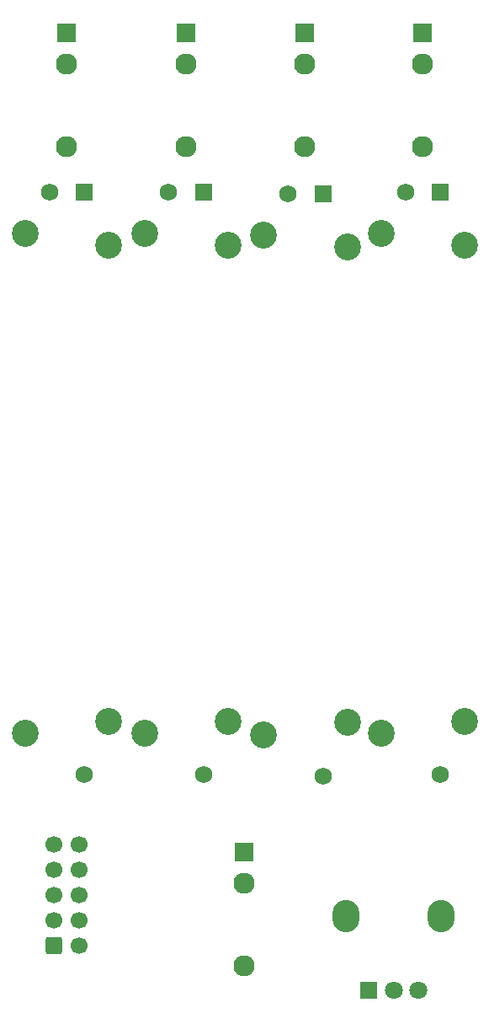
<source format=gbr>
%TF.GenerationSoftware,KiCad,Pcbnew,6.0.11+dfsg-1~bpo11+1*%
%TF.CreationDate,2023-04-14T14:38:55+08:00*%
%TF.ProjectId,MiniMix - Main,4d696e69-4d69-4782-902d-204d61696e2e,rev?*%
%TF.SameCoordinates,Original*%
%TF.FileFunction,Soldermask,Top*%
%TF.FilePolarity,Negative*%
%FSLAX46Y46*%
G04 Gerber Fmt 4.6, Leading zero omitted, Abs format (unit mm)*
G04 Created by KiCad (PCBNEW 6.0.11+dfsg-1~bpo11+1) date 2023-04-14 14:38:55*
%MOMM*%
%LPD*%
G01*
G04 APERTURE LIST*
G04 Aperture macros list*
%AMRoundRect*
0 Rectangle with rounded corners*
0 $1 Rounding radius*
0 $2 $3 $4 $5 $6 $7 $8 $9 X,Y pos of 4 corners*
0 Add a 4 corners polygon primitive as box body*
4,1,4,$2,$3,$4,$5,$6,$7,$8,$9,$2,$3,0*
0 Add four circle primitives for the rounded corners*
1,1,$1+$1,$2,$3*
1,1,$1+$1,$4,$5*
1,1,$1+$1,$6,$7*
1,1,$1+$1,$8,$9*
0 Add four rect primitives between the rounded corners*
20,1,$1+$1,$2,$3,$4,$5,0*
20,1,$1+$1,$4,$5,$6,$7,0*
20,1,$1+$1,$6,$7,$8,$9,0*
20,1,$1+$1,$8,$9,$2,$3,0*%
G04 Aperture macros list end*
%ADD10R,1.750000X1.750000*%
%ADD11C,1.750000*%
%ADD12C,2.700000*%
%ADD13R,1.930000X1.830000*%
%ADD14C,2.130000*%
%ADD15O,2.720000X3.240000*%
%ADD16R,1.800000X1.800000*%
%ADD17C,1.800000*%
%ADD18RoundRect,0.250000X-0.600000X-0.600000X0.600000X-0.600000X0.600000X0.600000X-0.600000X0.600000X0*%
%ADD19C,1.700000*%
G04 APERTURE END LIST*
D10*
%TO.C,RV1*%
X154879275Y-74800000D03*
D11*
X151379275Y-74800000D03*
X154879275Y-133300000D03*
D12*
X148929275Y-78950000D03*
X148929275Y-129150000D03*
X157329275Y-80150000D03*
X157329275Y-127950000D03*
%TD*%
D13*
%TO.C,J3*%
X177079275Y-58820000D03*
D14*
X177079275Y-70220000D03*
X177079275Y-61920000D03*
%TD*%
D13*
%TO.C,J2*%
X165079275Y-58800000D03*
D14*
X165079275Y-70200000D03*
X165079275Y-61900000D03*
%TD*%
D10*
%TO.C,RV4*%
X190679275Y-74800000D03*
D11*
X187179275Y-74800000D03*
X190679275Y-133300000D03*
D12*
X193129275Y-80150000D03*
X184729275Y-129150000D03*
X184729275Y-78950000D03*
X193129275Y-127950000D03*
%TD*%
D15*
%TO.C,RV5*%
X190800000Y-147500000D03*
X181200000Y-147500000D03*
D16*
X183500000Y-155000000D03*
D17*
X186000000Y-155000000D03*
X188500000Y-155000000D03*
%TD*%
D13*
%TO.C,J1*%
X153129275Y-58800000D03*
D14*
X153129275Y-70200000D03*
X153129275Y-61900000D03*
%TD*%
D13*
%TO.C,J5*%
X171000000Y-141070000D03*
D14*
X171000000Y-152470000D03*
X171000000Y-144170000D03*
%TD*%
D13*
%TO.C,J4*%
X188879275Y-58820000D03*
D14*
X188879275Y-70220000D03*
X188879275Y-61920000D03*
%TD*%
D10*
%TO.C,RV3*%
X178890000Y-74920000D03*
D11*
X175390000Y-74920000D03*
X178890000Y-133420000D03*
D12*
X172940000Y-129270000D03*
X181340000Y-80270000D03*
X181340000Y-128070000D03*
X172940000Y-79070000D03*
%TD*%
D10*
%TO.C,RV2*%
X166879275Y-74800000D03*
D11*
X163379275Y-74800000D03*
X166879275Y-133300000D03*
D12*
X169329275Y-127950000D03*
X169329275Y-80150000D03*
X160929275Y-129150000D03*
X160929275Y-78950000D03*
%TD*%
D18*
%TO.C,J6*%
X151800000Y-150500000D03*
D19*
X154340000Y-150500000D03*
X151800000Y-147960000D03*
X154340000Y-147960000D03*
X151800000Y-145420000D03*
X154340000Y-145420000D03*
X151800000Y-142880000D03*
X154340000Y-142880000D03*
X151800000Y-140340000D03*
X154340000Y-140340000D03*
%TD*%
M02*

</source>
